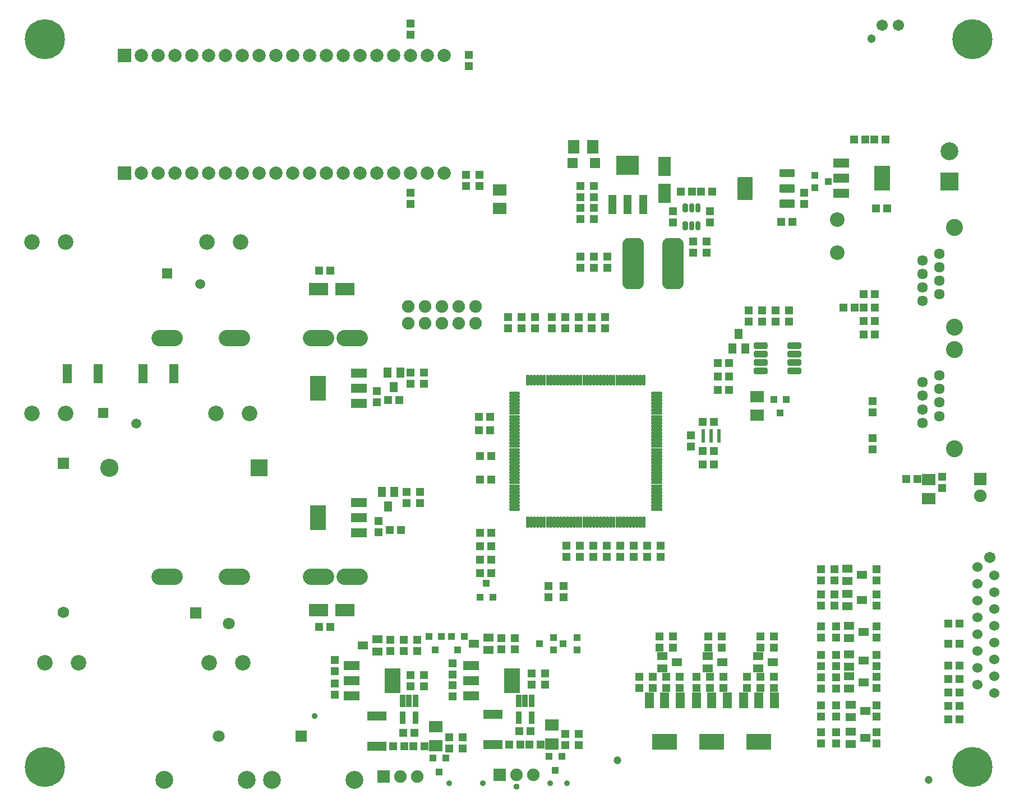
<source format=gbr>
G04 EAGLE Gerber RS-274X export*
G75*
%MOMM*%
%FSLAX34Y34*%
%LPD*%
%INSoldermask Top*%
%IPPOS*%
%AMOC8*
5,1,8,0,0,1.08239X$1,22.5*%
G01*
%ADD10R,1.753200X1.753200*%
%ADD11C,1.753200*%
%ADD12R,1.303200X1.203200*%
%ADD13R,1.203200X1.303200*%
%ADD14C,2.203200*%
%ADD15R,1.711200X1.711200*%
%ADD16C,1.803200*%
%ADD17R,2.853200X1.953200*%
%ADD18R,1.003200X1.103200*%
%ADD19R,1.953200X2.853200*%
%ADD20R,1.103200X1.003200*%
%ADD21C,0.563150*%
%ADD22R,0.812800X1.828800*%
%ADD23C,0.506016*%
%ADD24R,3.503200X2.903200*%
%ADD25R,1.203200X2.903200*%
%ADD26C,2.453200*%
%ADD27C,1.697694*%
%ADD28R,2.438400X1.422400*%
%ADD29R,2.403200X3.803200*%
%ADD30R,1.203200X1.603200*%
%ADD31R,1.603200X1.203200*%
%ADD32R,2.006200X1.803200*%
%ADD33R,2.861200X1.459200*%
%ADD34C,2.703200*%
%ADD35R,1.511200X1.511200*%
%ADD36C,1.511200*%
%ADD37R,1.803200X1.803200*%
%ADD38C,1.303200*%
%ADD39C,1.703200*%
%ADD40C,1.903200*%
%ADD41R,1.903200X1.903200*%
%ADD42C,2.353200*%
%ADD43C,1.611200*%
%ADD44C,2.563200*%
%ADD45R,1.422400X2.438400*%
%ADD46R,3.803200X2.403200*%
%ADD47C,1.524000*%
%ADD48R,1.503200X1.503200*%
%ADD49R,1.803200X2.006200*%
%ADD50R,1.459200X2.861200*%
%ADD51C,1.203200*%
%ADD52C,6.045200*%
%ADD53C,0.409087*%
%ADD54C,0.405575*%
%ADD55C,2.003200*%
%ADD56R,2.003200X2.003200*%
%ADD57R,2.703200X2.703200*%
%ADD58R,0.603200X2.103200*%
%ADD59C,0.352238*%
%ADD60R,2.503200X2.503200*%
%ADD61C,2.743200*%
%ADD62C,0.959600*%
%ADD63C,0.909600*%


D10*
X77470Y508740D03*
D11*
X77470Y283740D03*
D12*
X575700Y81280D03*
X592700Y81280D03*
D13*
X612140Y225180D03*
X612140Y242180D03*
X1049020Y844160D03*
X1049020Y827160D03*
X1028700Y844160D03*
X1028700Y827160D03*
X899160Y821300D03*
X899160Y804300D03*
X878840Y821300D03*
X878840Y804300D03*
X858520Y821300D03*
X858520Y804300D03*
X998220Y889880D03*
X998220Y872880D03*
D14*
X1245870Y827170D03*
X1245870Y877170D03*
D13*
X810260Y323460D03*
X810260Y306460D03*
D15*
X436880Y96520D03*
D16*
X311880Y96520D03*
D13*
X878840Y877960D03*
X878840Y894960D03*
X858520Y877960D03*
X858520Y894960D03*
X878840Y927980D03*
X878840Y910980D03*
X858520Y927980D03*
X858520Y910980D03*
X1173480Y740020D03*
X1173480Y723020D03*
X1153160Y740020D03*
X1153160Y723020D03*
D12*
X1285630Y744220D03*
X1302630Y744220D03*
X1319140Y998220D03*
X1302140Y998220D03*
X606180Y81280D03*
X623180Y81280D03*
X781440Y83820D03*
X798440Y83820D03*
X750960Y83820D03*
X767960Y83820D03*
D13*
X833120Y323460D03*
X833120Y306460D03*
D17*
X462450Y772160D03*
X502750Y772160D03*
D18*
X706812Y306230D03*
X725812Y306230D03*
X716312Y327230D03*
D19*
X985520Y917110D03*
X985520Y957410D03*
D17*
X462450Y287020D03*
X502750Y287020D03*
D20*
X1211740Y944220D03*
X1211740Y925220D03*
X1232740Y934720D03*
D18*
X654660Y63340D03*
X635660Y63340D03*
X645160Y42340D03*
X682600Y247490D03*
X663600Y247490D03*
X673100Y226490D03*
X829920Y65880D03*
X810920Y65880D03*
X820420Y44880D03*
D20*
X853280Y226720D03*
X853280Y245720D03*
X832280Y236220D03*
X817720Y226720D03*
X817720Y245720D03*
X796720Y236220D03*
D18*
X648310Y247490D03*
X629310Y247490D03*
X638810Y226490D03*
D21*
X1122600Y685270D02*
X1138000Y685270D01*
X1122600Y685270D02*
X1122600Y688870D01*
X1138000Y688870D01*
X1138000Y685270D01*
X1138000Y672570D02*
X1122600Y672570D01*
X1122600Y676170D01*
X1138000Y676170D01*
X1138000Y672570D01*
X1138000Y659870D02*
X1122600Y659870D01*
X1122600Y663470D01*
X1138000Y663470D01*
X1138000Y659870D01*
X1138000Y647170D02*
X1122600Y647170D01*
X1122600Y650770D01*
X1138000Y650770D01*
X1138000Y647170D01*
X1173400Y647170D02*
X1188800Y647170D01*
X1173400Y647170D02*
X1173400Y650770D01*
X1188800Y650770D01*
X1188800Y647170D01*
X1188800Y659870D02*
X1173400Y659870D01*
X1173400Y663470D01*
X1188800Y663470D01*
X1188800Y659870D01*
X1188800Y672570D02*
X1173400Y672570D01*
X1173400Y676170D01*
X1188800Y676170D01*
X1188800Y672570D01*
X1188800Y685270D02*
X1173400Y685270D01*
X1173400Y688870D01*
X1188800Y688870D01*
X1188800Y685270D01*
D22*
X784200Y149606D03*
X774700Y149606D03*
X765200Y149606D03*
X765200Y124714D03*
X784200Y124714D03*
X608940Y149606D03*
X599440Y149606D03*
X589940Y149606D03*
X589940Y124714D03*
X608940Y124714D03*
D23*
X1015174Y890894D02*
X1018146Y890894D01*
X1015174Y890894D02*
X1015174Y898866D01*
X1018146Y898866D01*
X1018146Y890894D01*
X1018146Y895701D02*
X1015174Y895701D01*
X1034174Y890894D02*
X1037146Y890894D01*
X1034174Y890894D02*
X1034174Y898866D01*
X1037146Y898866D01*
X1037146Y890894D01*
X1037146Y895701D02*
X1034174Y895701D01*
X1034174Y863894D02*
X1037146Y863894D01*
X1034174Y863894D02*
X1034174Y871866D01*
X1037146Y871866D01*
X1037146Y863894D01*
X1037146Y868701D02*
X1034174Y868701D01*
X1027646Y863894D02*
X1024674Y863894D01*
X1024674Y871866D01*
X1027646Y871866D01*
X1027646Y863894D01*
X1027646Y868701D02*
X1024674Y868701D01*
X1018146Y863894D02*
X1015174Y863894D01*
X1015174Y871866D01*
X1018146Y871866D01*
X1018146Y863894D01*
X1018146Y868701D02*
X1015174Y868701D01*
X1024674Y890894D02*
X1027646Y890894D01*
X1024674Y890894D02*
X1024674Y898866D01*
X1027646Y898866D01*
X1027646Y890894D01*
X1027646Y895701D02*
X1024674Y895701D01*
D24*
X929640Y959140D03*
D25*
X952640Y900140D03*
X929640Y900140D03*
X906640Y900140D03*
D26*
X524330Y698500D02*
X501830Y698500D01*
X473530Y698500D02*
X451030Y698500D01*
X346530Y698500D02*
X324030Y698500D01*
X244930Y698500D02*
X222430Y698500D01*
X501830Y337820D02*
X524330Y337820D01*
X473530Y337820D02*
X451030Y337820D01*
X346530Y337820D02*
X324030Y337820D01*
X244930Y337820D02*
X222430Y337820D01*
D27*
X990212Y840288D02*
X1005268Y840288D01*
X1005268Y780232D01*
X990212Y780232D01*
X990212Y840288D01*
X990212Y796360D02*
X1005268Y796360D01*
X1005268Y812488D02*
X990212Y812488D01*
X990212Y828616D02*
X1005268Y828616D01*
X945268Y840288D02*
X930212Y840288D01*
X945268Y840288D02*
X945268Y780232D01*
X930212Y780232D01*
X930212Y840288D01*
X930212Y796360D02*
X945268Y796360D01*
X945268Y812488D02*
X930212Y812488D01*
X930212Y828616D02*
X945268Y828616D01*
D28*
X523748Y599186D03*
X523748Y622300D03*
X523748Y645414D03*
D29*
X461770Y622300D03*
D30*
X1097280Y704420D03*
X1106780Y682420D03*
X1087780Y682420D03*
X576580Y624000D03*
X567080Y646000D03*
X586080Y646000D03*
D28*
X523748Y403606D03*
X523748Y426720D03*
X523748Y449834D03*
D29*
X461770Y426720D03*
D30*
X567690Y443660D03*
X558190Y465660D03*
X577190Y465660D03*
D28*
X1251712Y962914D03*
X1251712Y939800D03*
X1251712Y916686D03*
D29*
X1313690Y939800D03*
D28*
X692912Y203454D03*
X692912Y180340D03*
X692912Y157226D03*
D29*
X754890Y180340D03*
D31*
X697660Y236220D03*
X719660Y245720D03*
X719660Y226720D03*
D28*
X512572Y203454D03*
X512572Y180340D03*
X512572Y157226D03*
D29*
X574550Y180340D03*
D31*
X530020Y233680D03*
X552020Y243180D03*
X552020Y224180D03*
D12*
X480940Y800100D03*
X463940Y800100D03*
D13*
X553720Y404250D03*
X553720Y421250D03*
D12*
X587620Y407670D03*
X570620Y407670D03*
D13*
X595630Y448700D03*
X595630Y465700D03*
X615950Y465700D03*
X615950Y448700D03*
D12*
X1112520Y723020D03*
X1112520Y740020D03*
X1132840Y723020D03*
X1132840Y740020D03*
D13*
X1082920Y619760D03*
X1065920Y619760D03*
X1288660Y998220D03*
X1271660Y998220D03*
D32*
X640080Y82300D03*
X640080Y110740D03*
D12*
X660400Y94860D03*
X660400Y77860D03*
D13*
X551180Y601100D03*
X551180Y618100D03*
D12*
X680720Y77860D03*
X680720Y94860D03*
D32*
X815340Y84840D03*
X815340Y113280D03*
D12*
X835660Y99940D03*
X835660Y82940D03*
X855980Y82940D03*
X855980Y99940D03*
D13*
X665480Y173600D03*
X665480Y156600D03*
X665480Y206620D03*
X665480Y189620D03*
X739140Y244720D03*
X739140Y227720D03*
X759460Y227720D03*
X759460Y244720D03*
D33*
X726440Y129690D03*
X726440Y83670D03*
D13*
X784860Y191380D03*
X784860Y174380D03*
D12*
X585080Y604520D03*
X568080Y604520D03*
D13*
X805180Y174380D03*
X805180Y191380D03*
D12*
X766200Y104140D03*
X783200Y104140D03*
D13*
X487680Y176140D03*
X487680Y159140D03*
X487680Y211700D03*
X487680Y194700D03*
X571500Y242180D03*
X571500Y225180D03*
X591820Y225180D03*
X591820Y242180D03*
D33*
X551180Y127150D03*
X551180Y81130D03*
D13*
X601980Y188840D03*
X601980Y171840D03*
X622300Y171840D03*
X622300Y188840D03*
D12*
X590940Y101600D03*
X607940Y101600D03*
D13*
X601980Y629040D03*
X601980Y646040D03*
X723510Y363220D03*
X706510Y363220D03*
X723510Y383540D03*
X706510Y383540D03*
X723510Y342900D03*
X706510Y342900D03*
D12*
X1054100Y889880D03*
X1054100Y872880D03*
D13*
X1040520Y919480D03*
X1057520Y919480D03*
X1027040Y919480D03*
X1010040Y919480D03*
D34*
X517160Y30480D03*
X392160Y30480D03*
D13*
X1082920Y640080D03*
X1065920Y640080D03*
X1082920Y660400D03*
X1065920Y660400D03*
X1272150Y744220D03*
X1255150Y744220D03*
X622300Y646040D03*
X622300Y629040D03*
X1285630Y723900D03*
X1302630Y723900D03*
D34*
X354600Y30480D03*
X229600Y30480D03*
D12*
X480940Y261620D03*
X463940Y261620D03*
D35*
X137560Y584580D03*
D36*
X187560Y568580D03*
D13*
X1299210Y529980D03*
X1299210Y546980D03*
X1299210Y602860D03*
X1299210Y585860D03*
D35*
X234080Y795400D03*
D36*
X284080Y779400D03*
D37*
X277260Y282320D03*
D16*
X327260Y266320D03*
D32*
X1384300Y484120D03*
X1384300Y455680D03*
D13*
X1404620Y471560D03*
X1404620Y488560D03*
X1350400Y485140D03*
X1367400Y485140D03*
D18*
X1169010Y605630D03*
X1150010Y605630D03*
X1159510Y584630D03*
D32*
X1125220Y609850D03*
X1125220Y581410D03*
D38*
X1297580Y1150940D03*
D39*
X1313580Y1170940D03*
X1338580Y1170940D03*
D40*
X699770Y745490D03*
X674370Y745490D03*
X648970Y745490D03*
X623570Y745490D03*
X598170Y745490D03*
X598170Y720090D03*
X623570Y720090D03*
X648970Y720090D03*
X674370Y720090D03*
X699770Y720090D03*
D41*
X736600Y38100D03*
D40*
X762000Y38100D03*
X787400Y38100D03*
D41*
X561340Y35560D03*
D40*
X586740Y35560D03*
X612140Y35560D03*
D42*
X81280Y843280D03*
X30480Y843280D03*
X81280Y584200D03*
X30480Y584200D03*
X100330Y207010D03*
X49530Y207010D03*
X345060Y843280D03*
X294260Y843280D03*
X298070Y207010D03*
X348870Y207010D03*
X359030Y584200D03*
X308230Y584200D03*
D43*
X1399840Y641490D03*
X1374440Y631290D03*
X1399840Y621090D03*
X1374440Y610890D03*
X1399840Y600690D03*
X1374440Y590490D03*
X1399840Y580290D03*
X1374440Y570090D03*
D44*
X1422840Y530790D03*
X1422840Y680790D03*
D13*
X1285630Y764540D03*
X1302630Y764540D03*
X1285630Y703580D03*
X1302630Y703580D03*
D12*
X998220Y247260D03*
X998220Y230260D03*
X977900Y247260D03*
X977900Y230260D03*
D31*
X1004140Y208280D03*
X982140Y198780D03*
X982140Y217780D03*
D45*
X1008634Y150368D03*
X985520Y150368D03*
X962406Y150368D03*
D46*
X985520Y88390D03*
D12*
X1008380Y186300D03*
X1008380Y169300D03*
X988060Y169300D03*
X988060Y186300D03*
X1150620Y247260D03*
X1150620Y230260D03*
X1130300Y247260D03*
X1130300Y230260D03*
D31*
X1148920Y208280D03*
X1126920Y198780D03*
X1126920Y217780D03*
D45*
X1150874Y150368D03*
X1127760Y150368D03*
X1104646Y150368D03*
D46*
X1127760Y88390D03*
D12*
X1150620Y186300D03*
X1150620Y169300D03*
X1130300Y169300D03*
X1130300Y186300D03*
X1071880Y247260D03*
X1071880Y230260D03*
X1051560Y247260D03*
X1051560Y230260D03*
D31*
X1072720Y208280D03*
X1050720Y198780D03*
X1050720Y217780D03*
D45*
X1079754Y150368D03*
X1056640Y150368D03*
X1033526Y150368D03*
D46*
X1056640Y88390D03*
D12*
X1074420Y186300D03*
X1074420Y169300D03*
X1054100Y169300D03*
X1054100Y186300D03*
X1413900Y266700D03*
X1430900Y266700D03*
X1413900Y236220D03*
X1430900Y236220D03*
X1413900Y203200D03*
X1430900Y203200D03*
D13*
X1109980Y186300D03*
X1109980Y169300D03*
X1033780Y186300D03*
X1033780Y169300D03*
X967740Y186300D03*
X967740Y169300D03*
D12*
X947420Y186300D03*
X947420Y169300D03*
D31*
X1288620Y93980D03*
X1266620Y84480D03*
X1266620Y103480D03*
D13*
X1305560Y85480D03*
X1305560Y102480D03*
D12*
X1244600Y102480D03*
X1244600Y85480D03*
X1221740Y85480D03*
X1221740Y102480D03*
D31*
X1288620Y134620D03*
X1266620Y125120D03*
X1266620Y144120D03*
D13*
X1305560Y143120D03*
X1305560Y126120D03*
D12*
X1244600Y143120D03*
X1244600Y126120D03*
X1221740Y126120D03*
X1221740Y143120D03*
D31*
X1286080Y177800D03*
X1264080Y168300D03*
X1264080Y187300D03*
D13*
X1305560Y186300D03*
X1305560Y169300D03*
D12*
X1244600Y185030D03*
X1244600Y168030D03*
X1221740Y168030D03*
X1221740Y185030D03*
D31*
X1283540Y302260D03*
X1261540Y292760D03*
X1261540Y311760D03*
D13*
X1305560Y310760D03*
X1305560Y293760D03*
D12*
X1242060Y310760D03*
X1242060Y293760D03*
X1221740Y293760D03*
X1221740Y310760D03*
D31*
X1286080Y210820D03*
X1264080Y201320D03*
X1264080Y220320D03*
D13*
X1305560Y202320D03*
X1305560Y219320D03*
D12*
X1244600Y219320D03*
X1244600Y202320D03*
X1221740Y202320D03*
X1221740Y219320D03*
D31*
X1283540Y340360D03*
X1261540Y330860D03*
X1261540Y349860D03*
D13*
X1305560Y348860D03*
X1305560Y331860D03*
D12*
X1242060Y348860D03*
X1242060Y331860D03*
X1221740Y331860D03*
X1221740Y348860D03*
D31*
X1286080Y254000D03*
X1264080Y244500D03*
X1264080Y263500D03*
D13*
X1305560Y262500D03*
X1305560Y245500D03*
D12*
X1244600Y262500D03*
X1244600Y245500D03*
X1221740Y245500D03*
X1221740Y262500D03*
D47*
X1457960Y351790D03*
X1483360Y339090D03*
X1457960Y326390D03*
X1483360Y313690D03*
X1457960Y300990D03*
X1483360Y288290D03*
X1457960Y275590D03*
X1483360Y262890D03*
X1457960Y250190D03*
X1483360Y237490D03*
X1457960Y224790D03*
X1483360Y212090D03*
X1457960Y199390D03*
X1483360Y186690D03*
X1457960Y173990D03*
X1483360Y161290D03*
D39*
X1476160Y366240D03*
D13*
X815340Y712860D03*
X815340Y729860D03*
D12*
X1321680Y894080D03*
X1304680Y894080D03*
D48*
X846600Y962660D03*
X880600Y962660D03*
D49*
X848110Y986790D03*
X876550Y986790D03*
D43*
X1399840Y825640D03*
X1374440Y815440D03*
X1399840Y805240D03*
X1374440Y795040D03*
X1399840Y784840D03*
X1374440Y774640D03*
X1399840Y764440D03*
X1374440Y754240D03*
D44*
X1422840Y714940D03*
X1422840Y864940D03*
D13*
X1430900Y162560D03*
X1413900Y162560D03*
X1430900Y182880D03*
X1413900Y182880D03*
X1430900Y121920D03*
X1413900Y121920D03*
X1430900Y142240D03*
X1413900Y142240D03*
D50*
X197970Y643890D03*
X243990Y643890D03*
X83670Y643890D03*
X129690Y643890D03*
D51*
X1384300Y30480D03*
X914019Y59944D03*
D52*
X1449660Y50000D03*
X49660Y50000D03*
X1449660Y1150000D03*
X49660Y1150000D03*
D53*
X1160449Y905531D02*
X1160449Y897589D01*
X1160449Y905531D02*
X1178891Y905531D01*
X1178891Y897589D01*
X1160449Y897589D01*
X1160449Y901475D02*
X1178891Y901475D01*
X1178891Y905361D02*
X1160449Y905361D01*
X1160449Y920589D02*
X1160449Y928531D01*
X1178891Y928531D01*
X1178891Y920589D01*
X1160449Y920589D01*
X1160449Y924475D02*
X1178891Y924475D01*
X1178891Y928361D02*
X1160449Y928361D01*
X1160449Y943589D02*
X1160449Y951531D01*
X1178891Y951531D01*
X1178891Y943589D01*
X1160449Y943589D01*
X1160449Y947475D02*
X1178891Y947475D01*
X1178891Y951361D02*
X1160449Y951361D01*
D54*
X1096932Y939798D02*
X1096932Y909322D01*
X1096932Y939798D02*
X1115408Y939798D01*
X1115408Y909322D01*
X1096932Y909322D01*
X1096932Y913175D02*
X1115408Y913175D01*
X1115408Y917028D02*
X1096932Y917028D01*
X1096932Y920881D02*
X1115408Y920881D01*
X1115408Y924734D02*
X1096932Y924734D01*
X1096932Y928587D02*
X1115408Y928587D01*
X1115408Y932440D02*
X1096932Y932440D01*
X1096932Y936293D02*
X1115408Y936293D01*
D12*
X1196340Y900820D03*
X1196340Y917820D03*
D13*
X1161170Y873760D03*
X1178170Y873760D03*
D55*
X398780Y1125220D03*
X424180Y1125220D03*
X373380Y1125220D03*
X347980Y1125220D03*
X322580Y1125220D03*
X297180Y1125220D03*
X271780Y1125220D03*
X246380Y1125220D03*
X220980Y1125220D03*
X195580Y1125220D03*
D56*
X170180Y1125220D03*
D55*
X449580Y1125220D03*
X474980Y1125220D03*
X500380Y1125220D03*
X525780Y1125220D03*
X551180Y1125220D03*
X576580Y1125220D03*
X601980Y1125220D03*
X627380Y1125220D03*
X652780Y1125220D03*
X398780Y947420D03*
X424180Y947420D03*
X373380Y947420D03*
X347980Y947420D03*
X322580Y947420D03*
X297180Y947420D03*
X271780Y947420D03*
X246380Y947420D03*
X220980Y947420D03*
X195580Y947420D03*
D56*
X170180Y947420D03*
D55*
X449580Y947420D03*
X474980Y947420D03*
X500380Y947420D03*
X525780Y947420D03*
X551180Y947420D03*
X576580Y947420D03*
X601980Y947420D03*
X627380Y947420D03*
X652780Y947420D03*
D12*
X1024890Y533790D03*
X1024890Y550790D03*
D13*
X1060060Y527050D03*
X1043060Y527050D03*
D12*
X1060060Y571500D03*
X1043060Y571500D03*
X1060060Y506730D03*
X1043060Y506730D03*
X769620Y712860D03*
X769620Y729860D03*
X789940Y712860D03*
X789940Y729860D03*
D13*
X895350Y729860D03*
X895350Y712860D03*
X835660Y729860D03*
X835660Y712860D03*
D12*
X705240Y558800D03*
X722240Y558800D03*
X706510Y519430D03*
X723510Y519430D03*
X705240Y579120D03*
X722240Y579120D03*
X706510Y483870D03*
X723510Y483870D03*
D13*
X958850Y367420D03*
X958850Y384420D03*
X918210Y367420D03*
X918210Y384420D03*
X938530Y367420D03*
X938530Y384420D03*
X897890Y367420D03*
X897890Y384420D03*
X877570Y367420D03*
X877570Y384420D03*
X857250Y367420D03*
X857250Y384420D03*
D12*
X706510Y403860D03*
X723510Y403860D03*
D13*
X979170Y367420D03*
X979170Y384420D03*
X836930Y367420D03*
X836930Y384420D03*
D57*
X1415490Y934440D03*
D34*
X1415490Y980440D03*
D41*
X1461770Y485140D03*
D40*
X1461770Y459740D03*
D58*
X1043370Y549910D03*
X1055370Y549910D03*
X1067370Y549910D03*
D12*
X601980Y1173090D03*
X601980Y1156090D03*
D13*
X685800Y944490D03*
X685800Y927490D03*
X689610Y1126100D03*
X689610Y1109100D03*
X601980Y917820D03*
X601980Y900820D03*
X706120Y944490D03*
X706120Y927490D03*
X749300Y712860D03*
X749300Y729860D03*
D12*
X855980Y712860D03*
X855980Y729860D03*
D13*
X875030Y712860D03*
X875030Y729860D03*
D59*
X952885Y426305D02*
X954395Y426305D01*
X954395Y413295D01*
X952885Y413295D01*
X952885Y426305D01*
X952885Y416641D02*
X954395Y416641D01*
X954395Y419987D02*
X952885Y419987D01*
X952885Y423333D02*
X954395Y423333D01*
X949395Y426305D02*
X947885Y426305D01*
X949395Y426305D02*
X949395Y413295D01*
X947885Y413295D01*
X947885Y426305D01*
X947885Y416641D02*
X949395Y416641D01*
X949395Y419987D02*
X947885Y419987D01*
X947885Y423333D02*
X949395Y423333D01*
X944395Y426305D02*
X942885Y426305D01*
X944395Y426305D02*
X944395Y413295D01*
X942885Y413295D01*
X942885Y426305D01*
X942885Y416641D02*
X944395Y416641D01*
X944395Y419987D02*
X942885Y419987D01*
X942885Y423333D02*
X944395Y423333D01*
X939395Y426305D02*
X937885Y426305D01*
X939395Y426305D02*
X939395Y413295D01*
X937885Y413295D01*
X937885Y426305D01*
X937885Y416641D02*
X939395Y416641D01*
X939395Y419987D02*
X937885Y419987D01*
X937885Y423333D02*
X939395Y423333D01*
X934395Y426305D02*
X932885Y426305D01*
X934395Y426305D02*
X934395Y413295D01*
X932885Y413295D01*
X932885Y426305D01*
X932885Y416641D02*
X934395Y416641D01*
X934395Y419987D02*
X932885Y419987D01*
X932885Y423333D02*
X934395Y423333D01*
X929395Y426305D02*
X927885Y426305D01*
X929395Y426305D02*
X929395Y413295D01*
X927885Y413295D01*
X927885Y426305D01*
X927885Y416641D02*
X929395Y416641D01*
X929395Y419987D02*
X927885Y419987D01*
X927885Y423333D02*
X929395Y423333D01*
X924395Y426305D02*
X922885Y426305D01*
X924395Y426305D02*
X924395Y413295D01*
X922885Y413295D01*
X922885Y426305D01*
X922885Y416641D02*
X924395Y416641D01*
X924395Y419987D02*
X922885Y419987D01*
X922885Y423333D02*
X924395Y423333D01*
X919395Y426305D02*
X917885Y426305D01*
X919395Y426305D02*
X919395Y413295D01*
X917885Y413295D01*
X917885Y426305D01*
X917885Y416641D02*
X919395Y416641D01*
X919395Y419987D02*
X917885Y419987D01*
X917885Y423333D02*
X919395Y423333D01*
X914395Y426305D02*
X912885Y426305D01*
X914395Y426305D02*
X914395Y413295D01*
X912885Y413295D01*
X912885Y426305D01*
X912885Y416641D02*
X914395Y416641D01*
X914395Y419987D02*
X912885Y419987D01*
X912885Y423333D02*
X914395Y423333D01*
X909395Y426305D02*
X907885Y426305D01*
X909395Y426305D02*
X909395Y413295D01*
X907885Y413295D01*
X907885Y426305D01*
X907885Y416641D02*
X909395Y416641D01*
X909395Y419987D02*
X907885Y419987D01*
X907885Y423333D02*
X909395Y423333D01*
X904395Y426305D02*
X902885Y426305D01*
X904395Y426305D02*
X904395Y413295D01*
X902885Y413295D01*
X902885Y426305D01*
X902885Y416641D02*
X904395Y416641D01*
X904395Y419987D02*
X902885Y419987D01*
X902885Y423333D02*
X904395Y423333D01*
X899395Y426305D02*
X897885Y426305D01*
X899395Y426305D02*
X899395Y413295D01*
X897885Y413295D01*
X897885Y426305D01*
X897885Y416641D02*
X899395Y416641D01*
X899395Y419987D02*
X897885Y419987D01*
X897885Y423333D02*
X899395Y423333D01*
X894395Y426305D02*
X892885Y426305D01*
X894395Y426305D02*
X894395Y413295D01*
X892885Y413295D01*
X892885Y426305D01*
X892885Y416641D02*
X894395Y416641D01*
X894395Y419987D02*
X892885Y419987D01*
X892885Y423333D02*
X894395Y423333D01*
X889395Y426305D02*
X887885Y426305D01*
X889395Y426305D02*
X889395Y413295D01*
X887885Y413295D01*
X887885Y426305D01*
X887885Y416641D02*
X889395Y416641D01*
X889395Y419987D02*
X887885Y419987D01*
X887885Y423333D02*
X889395Y423333D01*
X884395Y426305D02*
X882885Y426305D01*
X884395Y426305D02*
X884395Y413295D01*
X882885Y413295D01*
X882885Y426305D01*
X882885Y416641D02*
X884395Y416641D01*
X884395Y419987D02*
X882885Y419987D01*
X882885Y423333D02*
X884395Y423333D01*
X879395Y426305D02*
X877885Y426305D01*
X879395Y426305D02*
X879395Y413295D01*
X877885Y413295D01*
X877885Y426305D01*
X877885Y416641D02*
X879395Y416641D01*
X879395Y419987D02*
X877885Y419987D01*
X877885Y423333D02*
X879395Y423333D01*
X874395Y426305D02*
X872885Y426305D01*
X874395Y426305D02*
X874395Y413295D01*
X872885Y413295D01*
X872885Y426305D01*
X872885Y416641D02*
X874395Y416641D01*
X874395Y419987D02*
X872885Y419987D01*
X872885Y423333D02*
X874395Y423333D01*
X869395Y426305D02*
X867885Y426305D01*
X869395Y426305D02*
X869395Y413295D01*
X867885Y413295D01*
X867885Y426305D01*
X867885Y416641D02*
X869395Y416641D01*
X869395Y419987D02*
X867885Y419987D01*
X867885Y423333D02*
X869395Y423333D01*
X864395Y426305D02*
X862885Y426305D01*
X864395Y426305D02*
X864395Y413295D01*
X862885Y413295D01*
X862885Y426305D01*
X862885Y416641D02*
X864395Y416641D01*
X864395Y419987D02*
X862885Y419987D01*
X862885Y423333D02*
X864395Y423333D01*
X859395Y426305D02*
X857885Y426305D01*
X859395Y426305D02*
X859395Y413295D01*
X857885Y413295D01*
X857885Y426305D01*
X857885Y416641D02*
X859395Y416641D01*
X859395Y419987D02*
X857885Y419987D01*
X857885Y423333D02*
X859395Y423333D01*
X854395Y426305D02*
X852885Y426305D01*
X854395Y426305D02*
X854395Y413295D01*
X852885Y413295D01*
X852885Y426305D01*
X852885Y416641D02*
X854395Y416641D01*
X854395Y419987D02*
X852885Y419987D01*
X852885Y423333D02*
X854395Y423333D01*
X849395Y426305D02*
X847885Y426305D01*
X849395Y426305D02*
X849395Y413295D01*
X847885Y413295D01*
X847885Y426305D01*
X847885Y416641D02*
X849395Y416641D01*
X849395Y419987D02*
X847885Y419987D01*
X847885Y423333D02*
X849395Y423333D01*
X844395Y426305D02*
X842885Y426305D01*
X844395Y426305D02*
X844395Y413295D01*
X842885Y413295D01*
X842885Y426305D01*
X842885Y416641D02*
X844395Y416641D01*
X844395Y419987D02*
X842885Y419987D01*
X842885Y423333D02*
X844395Y423333D01*
X839395Y426305D02*
X837885Y426305D01*
X839395Y426305D02*
X839395Y413295D01*
X837885Y413295D01*
X837885Y426305D01*
X837885Y416641D02*
X839395Y416641D01*
X839395Y419987D02*
X837885Y419987D01*
X837885Y423333D02*
X839395Y423333D01*
X834395Y426305D02*
X832885Y426305D01*
X834395Y426305D02*
X834395Y413295D01*
X832885Y413295D01*
X832885Y426305D01*
X832885Y416641D02*
X834395Y416641D01*
X834395Y419987D02*
X832885Y419987D01*
X832885Y423333D02*
X834395Y423333D01*
X829395Y426305D02*
X827885Y426305D01*
X829395Y426305D02*
X829395Y413295D01*
X827885Y413295D01*
X827885Y426305D01*
X827885Y416641D02*
X829395Y416641D01*
X829395Y419987D02*
X827885Y419987D01*
X827885Y423333D02*
X829395Y423333D01*
X824395Y426305D02*
X822885Y426305D01*
X824395Y426305D02*
X824395Y413295D01*
X822885Y413295D01*
X822885Y426305D01*
X822885Y416641D02*
X824395Y416641D01*
X824395Y419987D02*
X822885Y419987D01*
X822885Y423333D02*
X824395Y423333D01*
X819395Y426305D02*
X817885Y426305D01*
X819395Y426305D02*
X819395Y413295D01*
X817885Y413295D01*
X817885Y426305D01*
X817885Y416641D02*
X819395Y416641D01*
X819395Y419987D02*
X817885Y419987D01*
X817885Y423333D02*
X819395Y423333D01*
X814395Y426305D02*
X812885Y426305D01*
X814395Y426305D02*
X814395Y413295D01*
X812885Y413295D01*
X812885Y426305D01*
X812885Y416641D02*
X814395Y416641D01*
X814395Y419987D02*
X812885Y419987D01*
X812885Y423333D02*
X814395Y423333D01*
X809395Y426305D02*
X807885Y426305D01*
X809395Y426305D02*
X809395Y413295D01*
X807885Y413295D01*
X807885Y426305D01*
X807885Y416641D02*
X809395Y416641D01*
X809395Y419987D02*
X807885Y419987D01*
X807885Y423333D02*
X809395Y423333D01*
X804395Y426305D02*
X802885Y426305D01*
X804395Y426305D02*
X804395Y413295D01*
X802885Y413295D01*
X802885Y426305D01*
X802885Y416641D02*
X804395Y416641D01*
X804395Y419987D02*
X802885Y419987D01*
X802885Y423333D02*
X804395Y423333D01*
X799395Y426305D02*
X797885Y426305D01*
X799395Y426305D02*
X799395Y413295D01*
X797885Y413295D01*
X797885Y426305D01*
X797885Y416641D02*
X799395Y416641D01*
X799395Y419987D02*
X797885Y419987D01*
X797885Y423333D02*
X799395Y423333D01*
X794395Y426305D02*
X792885Y426305D01*
X794395Y426305D02*
X794395Y413295D01*
X792885Y413295D01*
X792885Y426305D01*
X792885Y416641D02*
X794395Y416641D01*
X794395Y419987D02*
X792885Y419987D01*
X792885Y423333D02*
X794395Y423333D01*
X789395Y426305D02*
X787885Y426305D01*
X789395Y426305D02*
X789395Y413295D01*
X787885Y413295D01*
X787885Y426305D01*
X787885Y416641D02*
X789395Y416641D01*
X789395Y419987D02*
X787885Y419987D01*
X787885Y423333D02*
X789395Y423333D01*
X784395Y426305D02*
X782885Y426305D01*
X784395Y426305D02*
X784395Y413295D01*
X782885Y413295D01*
X782885Y426305D01*
X782885Y416641D02*
X784395Y416641D01*
X784395Y419987D02*
X782885Y419987D01*
X782885Y423333D02*
X784395Y423333D01*
X779395Y426305D02*
X777885Y426305D01*
X779395Y426305D02*
X779395Y413295D01*
X777885Y413295D01*
X777885Y426305D01*
X777885Y416641D02*
X779395Y416641D01*
X779395Y419987D02*
X777885Y419987D01*
X777885Y423333D02*
X779395Y423333D01*
X752385Y438795D02*
X752385Y440305D01*
X765395Y440305D01*
X765395Y438795D01*
X752385Y438795D01*
X752385Y443795D02*
X752385Y445305D01*
X765395Y445305D01*
X765395Y443795D01*
X752385Y443795D01*
X752385Y448795D02*
X752385Y450305D01*
X765395Y450305D01*
X765395Y448795D01*
X752385Y448795D01*
X752385Y453795D02*
X752385Y455305D01*
X765395Y455305D01*
X765395Y453795D01*
X752385Y453795D01*
X752385Y458795D02*
X752385Y460305D01*
X765395Y460305D01*
X765395Y458795D01*
X752385Y458795D01*
X752385Y463795D02*
X752385Y465305D01*
X765395Y465305D01*
X765395Y463795D01*
X752385Y463795D01*
X752385Y468795D02*
X752385Y470305D01*
X765395Y470305D01*
X765395Y468795D01*
X752385Y468795D01*
X752385Y473795D02*
X752385Y475305D01*
X765395Y475305D01*
X765395Y473795D01*
X752385Y473795D01*
X752385Y478795D02*
X752385Y480305D01*
X765395Y480305D01*
X765395Y478795D01*
X752385Y478795D01*
X752385Y483795D02*
X752385Y485305D01*
X765395Y485305D01*
X765395Y483795D01*
X752385Y483795D01*
X752385Y488795D02*
X752385Y490305D01*
X765395Y490305D01*
X765395Y488795D01*
X752385Y488795D01*
X752385Y493795D02*
X752385Y495305D01*
X765395Y495305D01*
X765395Y493795D01*
X752385Y493795D01*
X752385Y498795D02*
X752385Y500305D01*
X765395Y500305D01*
X765395Y498795D01*
X752385Y498795D01*
X752385Y503795D02*
X752385Y505305D01*
X765395Y505305D01*
X765395Y503795D01*
X752385Y503795D01*
X752385Y508795D02*
X752385Y510305D01*
X765395Y510305D01*
X765395Y508795D01*
X752385Y508795D01*
X752385Y513795D02*
X752385Y515305D01*
X765395Y515305D01*
X765395Y513795D01*
X752385Y513795D01*
X752385Y518795D02*
X752385Y520305D01*
X765395Y520305D01*
X765395Y518795D01*
X752385Y518795D01*
X752385Y523795D02*
X752385Y525305D01*
X765395Y525305D01*
X765395Y523795D01*
X752385Y523795D01*
X752385Y528795D02*
X752385Y530305D01*
X765395Y530305D01*
X765395Y528795D01*
X752385Y528795D01*
X752385Y533795D02*
X752385Y535305D01*
X765395Y535305D01*
X765395Y533795D01*
X752385Y533795D01*
X752385Y538795D02*
X752385Y540305D01*
X765395Y540305D01*
X765395Y538795D01*
X752385Y538795D01*
X752385Y543795D02*
X752385Y545305D01*
X765395Y545305D01*
X765395Y543795D01*
X752385Y543795D01*
X752385Y548795D02*
X752385Y550305D01*
X765395Y550305D01*
X765395Y548795D01*
X752385Y548795D01*
X752385Y553795D02*
X752385Y555305D01*
X765395Y555305D01*
X765395Y553795D01*
X752385Y553795D01*
X752385Y558795D02*
X752385Y560305D01*
X765395Y560305D01*
X765395Y558795D01*
X752385Y558795D01*
X752385Y563795D02*
X752385Y565305D01*
X765395Y565305D01*
X765395Y563795D01*
X752385Y563795D01*
X752385Y568795D02*
X752385Y570305D01*
X765395Y570305D01*
X765395Y568795D01*
X752385Y568795D01*
X752385Y573795D02*
X752385Y575305D01*
X765395Y575305D01*
X765395Y573795D01*
X752385Y573795D01*
X752385Y578795D02*
X752385Y580305D01*
X765395Y580305D01*
X765395Y578795D01*
X752385Y578795D01*
X752385Y583795D02*
X752385Y585305D01*
X765395Y585305D01*
X765395Y583795D01*
X752385Y583795D01*
X752385Y588795D02*
X752385Y590305D01*
X765395Y590305D01*
X765395Y588795D01*
X752385Y588795D01*
X752385Y593795D02*
X752385Y595305D01*
X765395Y595305D01*
X765395Y593795D01*
X752385Y593795D01*
X752385Y598795D02*
X752385Y600305D01*
X765395Y600305D01*
X765395Y598795D01*
X752385Y598795D01*
X752385Y603795D02*
X752385Y605305D01*
X765395Y605305D01*
X765395Y603795D01*
X752385Y603795D01*
X752385Y608795D02*
X752385Y610305D01*
X765395Y610305D01*
X765395Y608795D01*
X752385Y608795D01*
X752385Y613795D02*
X752385Y615305D01*
X765395Y615305D01*
X765395Y613795D01*
X752385Y613795D01*
X777885Y640805D02*
X779395Y640805D01*
X779395Y627795D01*
X777885Y627795D01*
X777885Y640805D01*
X777885Y631141D02*
X779395Y631141D01*
X779395Y634487D02*
X777885Y634487D01*
X777885Y637833D02*
X779395Y637833D01*
X782885Y640805D02*
X784395Y640805D01*
X784395Y627795D01*
X782885Y627795D01*
X782885Y640805D01*
X782885Y631141D02*
X784395Y631141D01*
X784395Y634487D02*
X782885Y634487D01*
X782885Y637833D02*
X784395Y637833D01*
X787885Y640805D02*
X789395Y640805D01*
X789395Y627795D01*
X787885Y627795D01*
X787885Y640805D01*
X787885Y631141D02*
X789395Y631141D01*
X789395Y634487D02*
X787885Y634487D01*
X787885Y637833D02*
X789395Y637833D01*
X792885Y640805D02*
X794395Y640805D01*
X794395Y627795D01*
X792885Y627795D01*
X792885Y640805D01*
X792885Y631141D02*
X794395Y631141D01*
X794395Y634487D02*
X792885Y634487D01*
X792885Y637833D02*
X794395Y637833D01*
X797885Y640805D02*
X799395Y640805D01*
X799395Y627795D01*
X797885Y627795D01*
X797885Y640805D01*
X797885Y631141D02*
X799395Y631141D01*
X799395Y634487D02*
X797885Y634487D01*
X797885Y637833D02*
X799395Y637833D01*
X802885Y640805D02*
X804395Y640805D01*
X804395Y627795D01*
X802885Y627795D01*
X802885Y640805D01*
X802885Y631141D02*
X804395Y631141D01*
X804395Y634487D02*
X802885Y634487D01*
X802885Y637833D02*
X804395Y637833D01*
X807885Y640805D02*
X809395Y640805D01*
X809395Y627795D01*
X807885Y627795D01*
X807885Y640805D01*
X807885Y631141D02*
X809395Y631141D01*
X809395Y634487D02*
X807885Y634487D01*
X807885Y637833D02*
X809395Y637833D01*
X812885Y640805D02*
X814395Y640805D01*
X814395Y627795D01*
X812885Y627795D01*
X812885Y640805D01*
X812885Y631141D02*
X814395Y631141D01*
X814395Y634487D02*
X812885Y634487D01*
X812885Y637833D02*
X814395Y637833D01*
X817885Y640805D02*
X819395Y640805D01*
X819395Y627795D01*
X817885Y627795D01*
X817885Y640805D01*
X817885Y631141D02*
X819395Y631141D01*
X819395Y634487D02*
X817885Y634487D01*
X817885Y637833D02*
X819395Y637833D01*
X822885Y640805D02*
X824395Y640805D01*
X824395Y627795D01*
X822885Y627795D01*
X822885Y640805D01*
X822885Y631141D02*
X824395Y631141D01*
X824395Y634487D02*
X822885Y634487D01*
X822885Y637833D02*
X824395Y637833D01*
X827885Y640805D02*
X829395Y640805D01*
X829395Y627795D01*
X827885Y627795D01*
X827885Y640805D01*
X827885Y631141D02*
X829395Y631141D01*
X829395Y634487D02*
X827885Y634487D01*
X827885Y637833D02*
X829395Y637833D01*
X832885Y640805D02*
X834395Y640805D01*
X834395Y627795D01*
X832885Y627795D01*
X832885Y640805D01*
X832885Y631141D02*
X834395Y631141D01*
X834395Y634487D02*
X832885Y634487D01*
X832885Y637833D02*
X834395Y637833D01*
X837885Y640805D02*
X839395Y640805D01*
X839395Y627795D01*
X837885Y627795D01*
X837885Y640805D01*
X837885Y631141D02*
X839395Y631141D01*
X839395Y634487D02*
X837885Y634487D01*
X837885Y637833D02*
X839395Y637833D01*
X842885Y640805D02*
X844395Y640805D01*
X844395Y627795D01*
X842885Y627795D01*
X842885Y640805D01*
X842885Y631141D02*
X844395Y631141D01*
X844395Y634487D02*
X842885Y634487D01*
X842885Y637833D02*
X844395Y637833D01*
X847885Y640805D02*
X849395Y640805D01*
X849395Y627795D01*
X847885Y627795D01*
X847885Y640805D01*
X847885Y631141D02*
X849395Y631141D01*
X849395Y634487D02*
X847885Y634487D01*
X847885Y637833D02*
X849395Y637833D01*
X852885Y640805D02*
X854395Y640805D01*
X854395Y627795D01*
X852885Y627795D01*
X852885Y640805D01*
X852885Y631141D02*
X854395Y631141D01*
X854395Y634487D02*
X852885Y634487D01*
X852885Y637833D02*
X854395Y637833D01*
X857885Y640805D02*
X859395Y640805D01*
X859395Y627795D01*
X857885Y627795D01*
X857885Y640805D01*
X857885Y631141D02*
X859395Y631141D01*
X859395Y634487D02*
X857885Y634487D01*
X857885Y637833D02*
X859395Y637833D01*
X862885Y640805D02*
X864395Y640805D01*
X864395Y627795D01*
X862885Y627795D01*
X862885Y640805D01*
X862885Y631141D02*
X864395Y631141D01*
X864395Y634487D02*
X862885Y634487D01*
X862885Y637833D02*
X864395Y637833D01*
X867885Y640805D02*
X869395Y640805D01*
X869395Y627795D01*
X867885Y627795D01*
X867885Y640805D01*
X867885Y631141D02*
X869395Y631141D01*
X869395Y634487D02*
X867885Y634487D01*
X867885Y637833D02*
X869395Y637833D01*
X872885Y640805D02*
X874395Y640805D01*
X874395Y627795D01*
X872885Y627795D01*
X872885Y640805D01*
X872885Y631141D02*
X874395Y631141D01*
X874395Y634487D02*
X872885Y634487D01*
X872885Y637833D02*
X874395Y637833D01*
X877885Y640805D02*
X879395Y640805D01*
X879395Y627795D01*
X877885Y627795D01*
X877885Y640805D01*
X877885Y631141D02*
X879395Y631141D01*
X879395Y634487D02*
X877885Y634487D01*
X877885Y637833D02*
X879395Y637833D01*
X882885Y640805D02*
X884395Y640805D01*
X884395Y627795D01*
X882885Y627795D01*
X882885Y640805D01*
X882885Y631141D02*
X884395Y631141D01*
X884395Y634487D02*
X882885Y634487D01*
X882885Y637833D02*
X884395Y637833D01*
X887885Y640805D02*
X889395Y640805D01*
X889395Y627795D01*
X887885Y627795D01*
X887885Y640805D01*
X887885Y631141D02*
X889395Y631141D01*
X889395Y634487D02*
X887885Y634487D01*
X887885Y637833D02*
X889395Y637833D01*
X892885Y640805D02*
X894395Y640805D01*
X894395Y627795D01*
X892885Y627795D01*
X892885Y640805D01*
X892885Y631141D02*
X894395Y631141D01*
X894395Y634487D02*
X892885Y634487D01*
X892885Y637833D02*
X894395Y637833D01*
X897885Y640805D02*
X899395Y640805D01*
X899395Y627795D01*
X897885Y627795D01*
X897885Y640805D01*
X897885Y631141D02*
X899395Y631141D01*
X899395Y634487D02*
X897885Y634487D01*
X897885Y637833D02*
X899395Y637833D01*
X902885Y640805D02*
X904395Y640805D01*
X904395Y627795D01*
X902885Y627795D01*
X902885Y640805D01*
X902885Y631141D02*
X904395Y631141D01*
X904395Y634487D02*
X902885Y634487D01*
X902885Y637833D02*
X904395Y637833D01*
X907885Y640805D02*
X909395Y640805D01*
X909395Y627795D01*
X907885Y627795D01*
X907885Y640805D01*
X907885Y631141D02*
X909395Y631141D01*
X909395Y634487D02*
X907885Y634487D01*
X907885Y637833D02*
X909395Y637833D01*
X912885Y640805D02*
X914395Y640805D01*
X914395Y627795D01*
X912885Y627795D01*
X912885Y640805D01*
X912885Y631141D02*
X914395Y631141D01*
X914395Y634487D02*
X912885Y634487D01*
X912885Y637833D02*
X914395Y637833D01*
X917885Y640805D02*
X919395Y640805D01*
X919395Y627795D01*
X917885Y627795D01*
X917885Y640805D01*
X917885Y631141D02*
X919395Y631141D01*
X919395Y634487D02*
X917885Y634487D01*
X917885Y637833D02*
X919395Y637833D01*
X922885Y640805D02*
X924395Y640805D01*
X924395Y627795D01*
X922885Y627795D01*
X922885Y640805D01*
X922885Y631141D02*
X924395Y631141D01*
X924395Y634487D02*
X922885Y634487D01*
X922885Y637833D02*
X924395Y637833D01*
X927885Y640805D02*
X929395Y640805D01*
X929395Y627795D01*
X927885Y627795D01*
X927885Y640805D01*
X927885Y631141D02*
X929395Y631141D01*
X929395Y634487D02*
X927885Y634487D01*
X927885Y637833D02*
X929395Y637833D01*
X932885Y640805D02*
X934395Y640805D01*
X934395Y627795D01*
X932885Y627795D01*
X932885Y640805D01*
X932885Y631141D02*
X934395Y631141D01*
X934395Y634487D02*
X932885Y634487D01*
X932885Y637833D02*
X934395Y637833D01*
X937885Y640805D02*
X939395Y640805D01*
X939395Y627795D01*
X937885Y627795D01*
X937885Y640805D01*
X937885Y631141D02*
X939395Y631141D01*
X939395Y634487D02*
X937885Y634487D01*
X937885Y637833D02*
X939395Y637833D01*
X942885Y640805D02*
X944395Y640805D01*
X944395Y627795D01*
X942885Y627795D01*
X942885Y640805D01*
X942885Y631141D02*
X944395Y631141D01*
X944395Y634487D02*
X942885Y634487D01*
X942885Y637833D02*
X944395Y637833D01*
X947885Y640805D02*
X949395Y640805D01*
X949395Y627795D01*
X947885Y627795D01*
X947885Y640805D01*
X947885Y631141D02*
X949395Y631141D01*
X949395Y634487D02*
X947885Y634487D01*
X947885Y637833D02*
X949395Y637833D01*
X952885Y640805D02*
X954395Y640805D01*
X954395Y627795D01*
X952885Y627795D01*
X952885Y640805D01*
X952885Y631141D02*
X954395Y631141D01*
X954395Y634487D02*
X952885Y634487D01*
X952885Y637833D02*
X954395Y637833D01*
X966885Y615305D02*
X966885Y613795D01*
X966885Y615305D02*
X979895Y615305D01*
X979895Y613795D01*
X966885Y613795D01*
X966885Y610305D02*
X966885Y608795D01*
X966885Y610305D02*
X979895Y610305D01*
X979895Y608795D01*
X966885Y608795D01*
X966885Y605305D02*
X966885Y603795D01*
X966885Y605305D02*
X979895Y605305D01*
X979895Y603795D01*
X966885Y603795D01*
X966885Y600305D02*
X966885Y598795D01*
X966885Y600305D02*
X979895Y600305D01*
X979895Y598795D01*
X966885Y598795D01*
X966885Y595305D02*
X966885Y593795D01*
X966885Y595305D02*
X979895Y595305D01*
X979895Y593795D01*
X966885Y593795D01*
X966885Y590305D02*
X966885Y588795D01*
X966885Y590305D02*
X979895Y590305D01*
X979895Y588795D01*
X966885Y588795D01*
X966885Y585305D02*
X966885Y583795D01*
X966885Y585305D02*
X979895Y585305D01*
X979895Y583795D01*
X966885Y583795D01*
X966885Y580305D02*
X966885Y578795D01*
X966885Y580305D02*
X979895Y580305D01*
X979895Y578795D01*
X966885Y578795D01*
X966885Y575305D02*
X966885Y573795D01*
X966885Y575305D02*
X979895Y575305D01*
X979895Y573795D01*
X966885Y573795D01*
X966885Y570305D02*
X966885Y568795D01*
X966885Y570305D02*
X979895Y570305D01*
X979895Y568795D01*
X966885Y568795D01*
X966885Y565305D02*
X966885Y563795D01*
X966885Y565305D02*
X979895Y565305D01*
X979895Y563795D01*
X966885Y563795D01*
X966885Y560305D02*
X966885Y558795D01*
X966885Y560305D02*
X979895Y560305D01*
X979895Y558795D01*
X966885Y558795D01*
X966885Y555305D02*
X966885Y553795D01*
X966885Y555305D02*
X979895Y555305D01*
X979895Y553795D01*
X966885Y553795D01*
X966885Y550305D02*
X966885Y548795D01*
X966885Y550305D02*
X979895Y550305D01*
X979895Y548795D01*
X966885Y548795D01*
X966885Y545305D02*
X966885Y543795D01*
X966885Y545305D02*
X979895Y545305D01*
X979895Y543795D01*
X966885Y543795D01*
X966885Y540305D02*
X966885Y538795D01*
X966885Y540305D02*
X979895Y540305D01*
X979895Y538795D01*
X966885Y538795D01*
X966885Y535305D02*
X966885Y533795D01*
X966885Y535305D02*
X979895Y535305D01*
X979895Y533795D01*
X966885Y533795D01*
X966885Y530305D02*
X966885Y528795D01*
X966885Y530305D02*
X979895Y530305D01*
X979895Y528795D01*
X966885Y528795D01*
X966885Y525305D02*
X966885Y523795D01*
X966885Y525305D02*
X979895Y525305D01*
X979895Y523795D01*
X966885Y523795D01*
X966885Y520305D02*
X966885Y518795D01*
X966885Y520305D02*
X979895Y520305D01*
X979895Y518795D01*
X966885Y518795D01*
X966885Y515305D02*
X966885Y513795D01*
X966885Y515305D02*
X979895Y515305D01*
X979895Y513795D01*
X966885Y513795D01*
X966885Y510305D02*
X966885Y508795D01*
X966885Y510305D02*
X979895Y510305D01*
X979895Y508795D01*
X966885Y508795D01*
X966885Y505305D02*
X966885Y503795D01*
X966885Y505305D02*
X979895Y505305D01*
X979895Y503795D01*
X966885Y503795D01*
X966885Y500305D02*
X966885Y498795D01*
X966885Y500305D02*
X979895Y500305D01*
X979895Y498795D01*
X966885Y498795D01*
X966885Y495305D02*
X966885Y493795D01*
X966885Y495305D02*
X979895Y495305D01*
X979895Y493795D01*
X966885Y493795D01*
X966885Y490305D02*
X966885Y488795D01*
X966885Y490305D02*
X979895Y490305D01*
X979895Y488795D01*
X966885Y488795D01*
X966885Y485305D02*
X966885Y483795D01*
X966885Y485305D02*
X979895Y485305D01*
X979895Y483795D01*
X966885Y483795D01*
X966885Y480305D02*
X966885Y478795D01*
X966885Y480305D02*
X979895Y480305D01*
X979895Y478795D01*
X966885Y478795D01*
X966885Y475305D02*
X966885Y473795D01*
X966885Y475305D02*
X979895Y475305D01*
X979895Y473795D01*
X966885Y473795D01*
X966885Y470305D02*
X966885Y468795D01*
X966885Y470305D02*
X979895Y470305D01*
X979895Y468795D01*
X966885Y468795D01*
X966885Y465305D02*
X966885Y463795D01*
X966885Y465305D02*
X979895Y465305D01*
X979895Y463795D01*
X966885Y463795D01*
X966885Y460305D02*
X966885Y458795D01*
X966885Y460305D02*
X979895Y460305D01*
X979895Y458795D01*
X966885Y458795D01*
X966885Y455305D02*
X966885Y453795D01*
X966885Y455305D02*
X979895Y455305D01*
X979895Y453795D01*
X966885Y453795D01*
X966885Y450305D02*
X966885Y448795D01*
X966885Y450305D02*
X979895Y450305D01*
X979895Y448795D01*
X966885Y448795D01*
X966885Y445305D02*
X966885Y443795D01*
X966885Y445305D02*
X979895Y445305D01*
X979895Y443795D01*
X966885Y443795D01*
X966885Y440305D02*
X966885Y438795D01*
X966885Y440305D02*
X979895Y440305D01*
X979895Y438795D01*
X966885Y438795D01*
D60*
X373350Y501650D03*
D61*
X147350Y501650D03*
D32*
X736600Y893830D03*
X736600Y922270D03*
D62*
X762000Y20320D03*
D63*
X838200Y25400D03*
X812800Y25400D03*
X711200Y25400D03*
X660400Y25400D03*
X457200Y127000D03*
M02*

</source>
